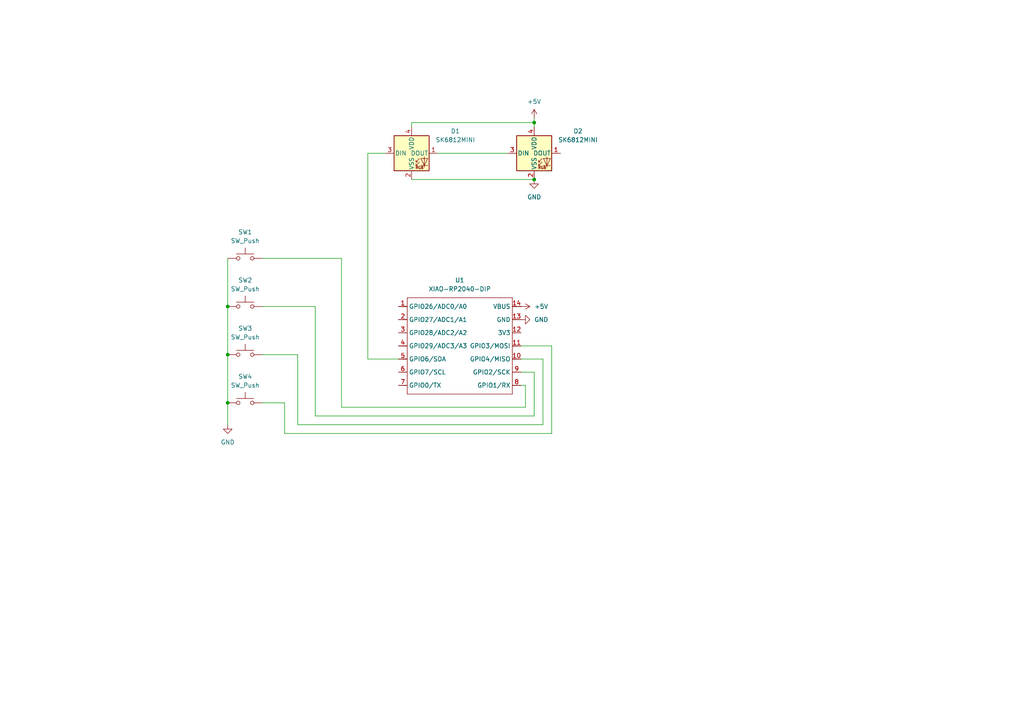
<source format=kicad_sch>
(kicad_sch
	(version 20250114)
	(generator "eeschema")
	(generator_version "9.0")
	(uuid "d8aca1c5-b356-47db-b985-365b3309370e")
	(paper "A4")
	(lib_symbols
		(symbol "LED:SK6812MINI"
			(pin_names
				(offset 0.254)
			)
			(exclude_from_sim no)
			(in_bom yes)
			(on_board yes)
			(property "Reference" "D"
				(at 5.08 5.715 0)
				(effects
					(font
						(size 1.27 1.27)
					)
					(justify right bottom)
				)
			)
			(property "Value" "SK6812MINI"
				(at 1.27 -5.715 0)
				(effects
					(font
						(size 1.27 1.27)
					)
					(justify left top)
				)
			)
			(property "Footprint" "LED_SMD:LED_SK6812MINI_PLCC4_3.5x3.5mm_P1.75mm"
				(at 1.27 -7.62 0)
				(effects
					(font
						(size 1.27 1.27)
					)
					(justify left top)
					(hide yes)
				)
			)
			(property "Datasheet" "https://cdn-shop.adafruit.com/product-files/2686/SK6812MINI_REV.01-1-2.pdf"
				(at 2.54 -9.525 0)
				(effects
					(font
						(size 1.27 1.27)
					)
					(justify left top)
					(hide yes)
				)
			)
			(property "Description" "RGB LED with integrated controller"
				(at 0 0 0)
				(effects
					(font
						(size 1.27 1.27)
					)
					(hide yes)
				)
			)
			(property "ki_keywords" "RGB LED NeoPixel Mini addressable"
				(at 0 0 0)
				(effects
					(font
						(size 1.27 1.27)
					)
					(hide yes)
				)
			)
			(property "ki_fp_filters" "LED*SK6812MINI*PLCC*3.5x3.5mm*P1.75mm*"
				(at 0 0 0)
				(effects
					(font
						(size 1.27 1.27)
					)
					(hide yes)
				)
			)
			(symbol "SK6812MINI_0_0"
				(text "RGB"
					(at 2.286 -4.191 0)
					(effects
						(font
							(size 0.762 0.762)
						)
					)
				)
			)
			(symbol "SK6812MINI_0_1"
				(polyline
					(pts
						(xy 1.27 -2.54) (xy 1.778 -2.54)
					)
					(stroke
						(width 0)
						(type default)
					)
					(fill
						(type none)
					)
				)
				(polyline
					(pts
						(xy 1.27 -3.556) (xy 1.778 -3.556)
					)
					(stroke
						(width 0)
						(type default)
					)
					(fill
						(type none)
					)
				)
				(polyline
					(pts
						(xy 2.286 -1.524) (xy 1.27 -2.54) (xy 1.27 -2.032)
					)
					(stroke
						(width 0)
						(type default)
					)
					(fill
						(type none)
					)
				)
				(polyline
					(pts
						(xy 2.286 -2.54) (xy 1.27 -3.556) (xy 1.27 -3.048)
					)
					(stroke
						(width 0)
						(type default)
					)
					(fill
						(type none)
					)
				)
				(polyline
					(pts
						(xy 3.683 -1.016) (xy 3.683 -3.556) (xy 3.683 -4.064)
					)
					(stroke
						(width 0)
						(type default)
					)
					(fill
						(type none)
					)
				)
				(polyline
					(pts
						(xy 4.699 -1.524) (xy 2.667 -1.524) (xy 3.683 -3.556) (xy 4.699 -1.524)
					)
					(stroke
						(width 0)
						(type default)
					)
					(fill
						(type none)
					)
				)
				(polyline
					(pts
						(xy 4.699 -3.556) (xy 2.667 -3.556)
					)
					(stroke
						(width 0)
						(type default)
					)
					(fill
						(type none)
					)
				)
				(rectangle
					(start 5.08 5.08)
					(end -5.08 -5.08)
					(stroke
						(width 0.254)
						(type default)
					)
					(fill
						(type background)
					)
				)
			)
			(symbol "SK6812MINI_1_1"
				(pin input line
					(at -7.62 0 0)
					(length 2.54)
					(name "DIN"
						(effects
							(font
								(size 1.27 1.27)
							)
						)
					)
					(number "3"
						(effects
							(font
								(size 1.27 1.27)
							)
						)
					)
				)
				(pin power_in line
					(at 0 7.62 270)
					(length 2.54)
					(name "VDD"
						(effects
							(font
								(size 1.27 1.27)
							)
						)
					)
					(number "4"
						(effects
							(font
								(size 1.27 1.27)
							)
						)
					)
				)
				(pin power_in line
					(at 0 -7.62 90)
					(length 2.54)
					(name "VSS"
						(effects
							(font
								(size 1.27 1.27)
							)
						)
					)
					(number "2"
						(effects
							(font
								(size 1.27 1.27)
							)
						)
					)
				)
				(pin output line
					(at 7.62 0 180)
					(length 2.54)
					(name "DOUT"
						(effects
							(font
								(size 1.27 1.27)
							)
						)
					)
					(number "1"
						(effects
							(font
								(size 1.27 1.27)
							)
						)
					)
				)
			)
			(embedded_fonts no)
		)
		(symbol "Switch:SW_Push"
			(pin_numbers
				(hide yes)
			)
			(pin_names
				(offset 1.016)
				(hide yes)
			)
			(exclude_from_sim no)
			(in_bom yes)
			(on_board yes)
			(property "Reference" "SW"
				(at 1.27 2.54 0)
				(effects
					(font
						(size 1.27 1.27)
					)
					(justify left)
				)
			)
			(property "Value" "SW_Push"
				(at 0 -1.524 0)
				(effects
					(font
						(size 1.27 1.27)
					)
				)
			)
			(property "Footprint" ""
				(at 0 5.08 0)
				(effects
					(font
						(size 1.27 1.27)
					)
					(hide yes)
				)
			)
			(property "Datasheet" "~"
				(at 0 5.08 0)
				(effects
					(font
						(size 1.27 1.27)
					)
					(hide yes)
				)
			)
			(property "Description" "Push button switch, generic, two pins"
				(at 0 0 0)
				(effects
					(font
						(size 1.27 1.27)
					)
					(hide yes)
				)
			)
			(property "ki_keywords" "switch normally-open pushbutton push-button"
				(at 0 0 0)
				(effects
					(font
						(size 1.27 1.27)
					)
					(hide yes)
				)
			)
			(symbol "SW_Push_0_1"
				(circle
					(center -2.032 0)
					(radius 0.508)
					(stroke
						(width 0)
						(type default)
					)
					(fill
						(type none)
					)
				)
				(polyline
					(pts
						(xy 0 1.27) (xy 0 3.048)
					)
					(stroke
						(width 0)
						(type default)
					)
					(fill
						(type none)
					)
				)
				(circle
					(center 2.032 0)
					(radius 0.508)
					(stroke
						(width 0)
						(type default)
					)
					(fill
						(type none)
					)
				)
				(polyline
					(pts
						(xy 2.54 1.27) (xy -2.54 1.27)
					)
					(stroke
						(width 0)
						(type default)
					)
					(fill
						(type none)
					)
				)
				(pin passive line
					(at -5.08 0 0)
					(length 2.54)
					(name "1"
						(effects
							(font
								(size 1.27 1.27)
							)
						)
					)
					(number "1"
						(effects
							(font
								(size 1.27 1.27)
							)
						)
					)
				)
				(pin passive line
					(at 5.08 0 180)
					(length 2.54)
					(name "2"
						(effects
							(font
								(size 1.27 1.27)
							)
						)
					)
					(number "2"
						(effects
							(font
								(size 1.27 1.27)
							)
						)
					)
				)
			)
			(embedded_fonts no)
		)
		(symbol "power:+5V"
			(power)
			(pin_numbers
				(hide yes)
			)
			(pin_names
				(offset 0)
				(hide yes)
			)
			(exclude_from_sim no)
			(in_bom yes)
			(on_board yes)
			(property "Reference" "#PWR"
				(at 0 -3.81 0)
				(effects
					(font
						(size 1.27 1.27)
					)
					(hide yes)
				)
			)
			(property "Value" "+5V"
				(at 0 3.556 0)
				(effects
					(font
						(size 1.27 1.27)
					)
				)
			)
			(property "Footprint" ""
				(at 0 0 0)
				(effects
					(font
						(size 1.27 1.27)
					)
					(hide yes)
				)
			)
			(property "Datasheet" ""
				(at 0 0 0)
				(effects
					(font
						(size 1.27 1.27)
					)
					(hide yes)
				)
			)
			(property "Description" "Power symbol creates a global label with name \"+5V\""
				(at 0 0 0)
				(effects
					(font
						(size 1.27 1.27)
					)
					(hide yes)
				)
			)
			(property "ki_keywords" "global power"
				(at 0 0 0)
				(effects
					(font
						(size 1.27 1.27)
					)
					(hide yes)
				)
			)
			(symbol "+5V_0_1"
				(polyline
					(pts
						(xy -0.762 1.27) (xy 0 2.54)
					)
					(stroke
						(width 0)
						(type default)
					)
					(fill
						(type none)
					)
				)
				(polyline
					(pts
						(xy 0 2.54) (xy 0.762 1.27)
					)
					(stroke
						(width 0)
						(type default)
					)
					(fill
						(type none)
					)
				)
				(polyline
					(pts
						(xy 0 0) (xy 0 2.54)
					)
					(stroke
						(width 0)
						(type default)
					)
					(fill
						(type none)
					)
				)
			)
			(symbol "+5V_1_1"
				(pin power_in line
					(at 0 0 90)
					(length 0)
					(name "~"
						(effects
							(font
								(size 1.27 1.27)
							)
						)
					)
					(number "1"
						(effects
							(font
								(size 1.27 1.27)
							)
						)
					)
				)
			)
			(embedded_fonts no)
		)
		(symbol "power:GND"
			(power)
			(pin_numbers
				(hide yes)
			)
			(pin_names
				(offset 0)
				(hide yes)
			)
			(exclude_from_sim no)
			(in_bom yes)
			(on_board yes)
			(property "Reference" "#PWR"
				(at 0 -6.35 0)
				(effects
					(font
						(size 1.27 1.27)
					)
					(hide yes)
				)
			)
			(property "Value" "GND"
				(at 0 -3.81 0)
				(effects
					(font
						(size 1.27 1.27)
					)
				)
			)
			(property "Footprint" ""
				(at 0 0 0)
				(effects
					(font
						(size 1.27 1.27)
					)
					(hide yes)
				)
			)
			(property "Datasheet" ""
				(at 0 0 0)
				(effects
					(font
						(size 1.27 1.27)
					)
					(hide yes)
				)
			)
			(property "Description" "Power symbol creates a global label with name \"GND\" , ground"
				(at 0 0 0)
				(effects
					(font
						(size 1.27 1.27)
					)
					(hide yes)
				)
			)
			(property "ki_keywords" "global power"
				(at 0 0 0)
				(effects
					(font
						(size 1.27 1.27)
					)
					(hide yes)
				)
			)
			(symbol "GND_0_1"
				(polyline
					(pts
						(xy 0 0) (xy 0 -1.27) (xy 1.27 -1.27) (xy 0 -2.54) (xy -1.27 -1.27) (xy 0 -1.27)
					)
					(stroke
						(width 0)
						(type default)
					)
					(fill
						(type none)
					)
				)
			)
			(symbol "GND_1_1"
				(pin power_in line
					(at 0 0 270)
					(length 0)
					(name "~"
						(effects
							(font
								(size 1.27 1.27)
							)
						)
					)
					(number "1"
						(effects
							(font
								(size 1.27 1.27)
							)
						)
					)
				)
			)
			(embedded_fonts no)
		)
		(symbol "psl:XIAO-RP2040-DIP"
			(exclude_from_sim no)
			(in_bom yes)
			(on_board yes)
			(property "Reference" "U"
				(at 0 0 0)
				(effects
					(font
						(size 1.27 1.27)
					)
				)
			)
			(property "Value" "XIAO-RP2040-DIP"
				(at 5.334 -1.778 0)
				(effects
					(font
						(size 1.27 1.27)
					)
				)
			)
			(property "Footprint" "Module:MOUDLE14P-XIAO-DIP-SMD"
				(at 14.478 -32.258 0)
				(effects
					(font
						(size 1.27 1.27)
					)
					(hide yes)
				)
			)
			(property "Datasheet" ""
				(at 0 0 0)
				(effects
					(font
						(size 1.27 1.27)
					)
					(hide yes)
				)
			)
			(property "Description" ""
				(at 0 0 0)
				(effects
					(font
						(size 1.27 1.27)
					)
					(hide yes)
				)
			)
			(symbol "XIAO-RP2040-DIP_1_0"
				(polyline
					(pts
						(xy -1.27 -2.54) (xy 29.21 -2.54)
					)
					(stroke
						(width 0.1524)
						(type solid)
					)
					(fill
						(type none)
					)
				)
				(polyline
					(pts
						(xy -1.27 -5.08) (xy -2.54 -5.08)
					)
					(stroke
						(width 0.1524)
						(type solid)
					)
					(fill
						(type none)
					)
				)
				(polyline
					(pts
						(xy -1.27 -5.08) (xy -1.27 -2.54)
					)
					(stroke
						(width 0.1524)
						(type solid)
					)
					(fill
						(type none)
					)
				)
				(polyline
					(pts
						(xy -1.27 -8.89) (xy -2.54 -8.89)
					)
					(stroke
						(width 0.1524)
						(type solid)
					)
					(fill
						(type none)
					)
				)
				(polyline
					(pts
						(xy -1.27 -8.89) (xy -1.27 -5.08)
					)
					(stroke
						(width 0.1524)
						(type solid)
					)
					(fill
						(type none)
					)
				)
				(polyline
					(pts
						(xy -1.27 -12.7) (xy -2.54 -12.7)
					)
					(stroke
						(width 0.1524)
						(type solid)
					)
					(fill
						(type none)
					)
				)
				(polyline
					(pts
						(xy -1.27 -12.7) (xy -1.27 -8.89)
					)
					(stroke
						(width 0.1524)
						(type solid)
					)
					(fill
						(type none)
					)
				)
				(polyline
					(pts
						(xy -1.27 -16.51) (xy -2.54 -16.51)
					)
					(stroke
						(width 0.1524)
						(type solid)
					)
					(fill
						(type none)
					)
				)
				(polyline
					(pts
						(xy -1.27 -16.51) (xy -1.27 -12.7)
					)
					(stroke
						(width 0.1524)
						(type solid)
					)
					(fill
						(type none)
					)
				)
				(polyline
					(pts
						(xy -1.27 -20.32) (xy -2.54 -20.32)
					)
					(stroke
						(width 0.1524)
						(type solid)
					)
					(fill
						(type none)
					)
				)
				(polyline
					(pts
						(xy -1.27 -24.13) (xy -2.54 -24.13)
					)
					(stroke
						(width 0.1524)
						(type solid)
					)
					(fill
						(type none)
					)
				)
				(polyline
					(pts
						(xy -1.27 -27.94) (xy -2.54 -27.94)
					)
					(stroke
						(width 0.1524)
						(type solid)
					)
					(fill
						(type none)
					)
				)
				(polyline
					(pts
						(xy -1.27 -30.48) (xy -1.27 -16.51)
					)
					(stroke
						(width 0.1524)
						(type solid)
					)
					(fill
						(type none)
					)
				)
				(polyline
					(pts
						(xy 29.21 -2.54) (xy 29.21 -5.08)
					)
					(stroke
						(width 0.1524)
						(type solid)
					)
					(fill
						(type none)
					)
				)
				(polyline
					(pts
						(xy 29.21 -5.08) (xy 29.21 -8.89)
					)
					(stroke
						(width 0.1524)
						(type solid)
					)
					(fill
						(type none)
					)
				)
				(polyline
					(pts
						(xy 29.21 -8.89) (xy 29.21 -12.7)
					)
					(stroke
						(width 0.1524)
						(type solid)
					)
					(fill
						(type none)
					)
				)
				(polyline
					(pts
						(xy 29.21 -12.7) (xy 29.21 -30.48)
					)
					(stroke
						(width 0.1524)
						(type solid)
					)
					(fill
						(type none)
					)
				)
				(polyline
					(pts
						(xy 29.21 -30.48) (xy -1.27 -30.48)
					)
					(stroke
						(width 0.1524)
						(type solid)
					)
					(fill
						(type none)
					)
				)
				(polyline
					(pts
						(xy 30.48 -5.08) (xy 29.21 -5.08)
					)
					(stroke
						(width 0.1524)
						(type solid)
					)
					(fill
						(type none)
					)
				)
				(polyline
					(pts
						(xy 30.48 -8.89) (xy 29.21 -8.89)
					)
					(stroke
						(width 0.1524)
						(type solid)
					)
					(fill
						(type none)
					)
				)
				(polyline
					(pts
						(xy 30.48 -12.7) (xy 29.21 -12.7)
					)
					(stroke
						(width 0.1524)
						(type solid)
					)
					(fill
						(type none)
					)
				)
				(polyline
					(pts
						(xy 30.48 -16.51) (xy 29.21 -16.51)
					)
					(stroke
						(width 0.1524)
						(type solid)
					)
					(fill
						(type none)
					)
				)
				(polyline
					(pts
						(xy 30.48 -20.32) (xy 29.21 -20.32)
					)
					(stroke
						(width 0.1524)
						(type solid)
					)
					(fill
						(type none)
					)
				)
				(polyline
					(pts
						(xy 30.48 -24.13) (xy 29.21 -24.13)
					)
					(stroke
						(width 0.1524)
						(type solid)
					)
					(fill
						(type none)
					)
				)
				(polyline
					(pts
						(xy 30.48 -27.94) (xy 29.21 -27.94)
					)
					(stroke
						(width 0.1524)
						(type solid)
					)
					(fill
						(type none)
					)
				)
				(pin passive line
					(at -3.81 -5.08 0)
					(length 2.54)
					(name "GPIO26/ADC0/A0"
						(effects
							(font
								(size 1.27 1.27)
							)
						)
					)
					(number "1"
						(effects
							(font
								(size 1.27 1.27)
							)
						)
					)
				)
				(pin passive line
					(at -3.81 -8.89 0)
					(length 2.54)
					(name "GPIO27/ADC1/A1"
						(effects
							(font
								(size 1.27 1.27)
							)
						)
					)
					(number "2"
						(effects
							(font
								(size 1.27 1.27)
							)
						)
					)
				)
				(pin passive line
					(at -3.81 -12.7 0)
					(length 2.54)
					(name "GPIO28/ADC2/A2"
						(effects
							(font
								(size 1.27 1.27)
							)
						)
					)
					(number "3"
						(effects
							(font
								(size 1.27 1.27)
							)
						)
					)
				)
				(pin passive line
					(at -3.81 -16.51 0)
					(length 2.54)
					(name "GPIO29/ADC3/A3"
						(effects
							(font
								(size 1.27 1.27)
							)
						)
					)
					(number "4"
						(effects
							(font
								(size 1.27 1.27)
							)
						)
					)
				)
				(pin passive line
					(at -3.81 -20.32 0)
					(length 2.54)
					(name "GPIO6/SDA"
						(effects
							(font
								(size 1.27 1.27)
							)
						)
					)
					(number "5"
						(effects
							(font
								(size 1.27 1.27)
							)
						)
					)
				)
				(pin passive line
					(at -3.81 -24.13 0)
					(length 2.54)
					(name "GPIO7/SCL"
						(effects
							(font
								(size 1.27 1.27)
							)
						)
					)
					(number "6"
						(effects
							(font
								(size 1.27 1.27)
							)
						)
					)
				)
				(pin passive line
					(at -3.81 -27.94 0)
					(length 2.54)
					(name "GPIO0/TX"
						(effects
							(font
								(size 1.27 1.27)
							)
						)
					)
					(number "7"
						(effects
							(font
								(size 1.27 1.27)
							)
						)
					)
				)
				(pin passive line
					(at 31.75 -5.08 180)
					(length 2.54)
					(name "VBUS"
						(effects
							(font
								(size 1.27 1.27)
							)
						)
					)
					(number "14"
						(effects
							(font
								(size 1.27 1.27)
							)
						)
					)
				)
				(pin passive line
					(at 31.75 -8.89 180)
					(length 2.54)
					(name "GND"
						(effects
							(font
								(size 1.27 1.27)
							)
						)
					)
					(number "13"
						(effects
							(font
								(size 1.27 1.27)
							)
						)
					)
				)
				(pin passive line
					(at 31.75 -12.7 180)
					(length 2.54)
					(name "3V3"
						(effects
							(font
								(size 1.27 1.27)
							)
						)
					)
					(number "12"
						(effects
							(font
								(size 1.27 1.27)
							)
						)
					)
				)
				(pin passive line
					(at 31.75 -16.51 180)
					(length 2.54)
					(name "GPIO3/MOSI"
						(effects
							(font
								(size 1.27 1.27)
							)
						)
					)
					(number "11"
						(effects
							(font
								(size 1.27 1.27)
							)
						)
					)
				)
				(pin passive line
					(at 31.75 -20.32 180)
					(length 2.54)
					(name "GPIO4/MISO"
						(effects
							(font
								(size 1.27 1.27)
							)
						)
					)
					(number "10"
						(effects
							(font
								(size 1.27 1.27)
							)
						)
					)
				)
				(pin passive line
					(at 31.75 -24.13 180)
					(length 2.54)
					(name "GPIO2/SCK"
						(effects
							(font
								(size 1.27 1.27)
							)
						)
					)
					(number "9"
						(effects
							(font
								(size 1.27 1.27)
							)
						)
					)
				)
				(pin passive line
					(at 31.75 -27.94 180)
					(length 2.54)
					(name "GPIO1/RX"
						(effects
							(font
								(size 1.27 1.27)
							)
						)
					)
					(number "8"
						(effects
							(font
								(size 1.27 1.27)
							)
						)
					)
				)
			)
			(embedded_fonts no)
		)
	)
	(junction
		(at 66.04 88.9)
		(diameter 0)
		(color 0 0 0 0)
		(uuid "5c2b99fd-e3c1-4ddb-aa44-ec9d1f676f0c")
	)
	(junction
		(at 154.94 35.56)
		(diameter 0)
		(color 0 0 0 0)
		(uuid "9364face-a493-4f98-a7c0-f2439a03c7ed")
	)
	(junction
		(at 66.04 102.87)
		(diameter 0)
		(color 0 0 0 0)
		(uuid "95f52612-acf4-4060-bc56-21e45c9d3df2")
	)
	(junction
		(at 154.94 52.07)
		(diameter 0)
		(color 0 0 0 0)
		(uuid "998b0189-23ae-4247-ac99-3fdf24244fee")
	)
	(junction
		(at 66.04 116.84)
		(diameter 0)
		(color 0 0 0 0)
		(uuid "d3a4bac1-b1d0-4ad4-9eff-e77f22cc0392")
	)
	(wire
		(pts
			(xy 66.04 116.84) (xy 66.04 123.19)
		)
		(stroke
			(width 0)
			(type default)
		)
		(uuid "10786a3d-f893-412f-b102-e91677dde649")
	)
	(wire
		(pts
			(xy 66.04 102.87) (xy 66.04 116.84)
		)
		(stroke
			(width 0)
			(type default)
		)
		(uuid "13b30a68-c8c6-43db-a49b-4c8b3ad9ccb5")
	)
	(wire
		(pts
			(xy 154.94 34.29) (xy 154.94 35.56)
		)
		(stroke
			(width 0)
			(type default)
		)
		(uuid "1463c611-ca0d-46df-b7f4-4e2d0660d873")
	)
	(wire
		(pts
			(xy 111.76 44.45) (xy 106.68 44.45)
		)
		(stroke
			(width 0)
			(type default)
		)
		(uuid "1ec51f76-8158-4472-aed6-6acb83843074")
	)
	(wire
		(pts
			(xy 154.94 35.56) (xy 154.94 36.83)
		)
		(stroke
			(width 0)
			(type default)
		)
		(uuid "282c8896-9da1-4dff-adf8-dd51c27b50f8")
	)
	(wire
		(pts
			(xy 106.68 104.14) (xy 115.57 104.14)
		)
		(stroke
			(width 0)
			(type default)
		)
		(uuid "2d8b6153-08d3-473a-b693-63674ee7feef")
	)
	(wire
		(pts
			(xy 86.36 102.87) (xy 86.36 123.19)
		)
		(stroke
			(width 0)
			(type default)
		)
		(uuid "2d94fa21-bd25-48ac-9778-bd98daf14263")
	)
	(wire
		(pts
			(xy 99.06 74.93) (xy 99.06 118.11)
		)
		(stroke
			(width 0)
			(type default)
		)
		(uuid "381a5d15-8559-4bd8-ba8e-db20aee86435")
	)
	(wire
		(pts
			(xy 76.2 88.9) (xy 91.44 88.9)
		)
		(stroke
			(width 0)
			(type default)
		)
		(uuid "3b1267b8-cdfc-4398-b300-7c3ea9261da3")
	)
	(wire
		(pts
			(xy 66.04 74.93) (xy 66.04 88.9)
		)
		(stroke
			(width 0)
			(type default)
		)
		(uuid "3c80f678-e09b-46dc-acc3-384873a3ff54")
	)
	(wire
		(pts
			(xy 119.38 35.56) (xy 154.94 35.56)
		)
		(stroke
			(width 0)
			(type default)
		)
		(uuid "41e3b914-a8d3-4d0a-98b7-506b5a68548b")
	)
	(wire
		(pts
			(xy 154.94 107.95) (xy 151.13 107.95)
		)
		(stroke
			(width 0)
			(type default)
		)
		(uuid "538d2057-d993-460d-801b-dedf20ea2a15")
	)
	(wire
		(pts
			(xy 66.04 88.9) (xy 66.04 102.87)
		)
		(stroke
			(width 0)
			(type default)
		)
		(uuid "5abc7d70-f9d8-4a3d-9f32-b86a19222b00")
	)
	(wire
		(pts
			(xy 76.2 74.93) (xy 99.06 74.93)
		)
		(stroke
			(width 0)
			(type default)
		)
		(uuid "5b297ab6-c853-454d-9356-333c970aac7f")
	)
	(wire
		(pts
			(xy 99.06 118.11) (xy 152.4 118.11)
		)
		(stroke
			(width 0)
			(type default)
		)
		(uuid "7dcd73e7-951b-4c1e-bc51-eee35eb32e71")
	)
	(wire
		(pts
			(xy 82.55 116.84) (xy 82.55 125.73)
		)
		(stroke
			(width 0)
			(type default)
		)
		(uuid "7f76d044-483f-4435-8e70-bb130e124c0b")
	)
	(wire
		(pts
			(xy 91.44 120.65) (xy 154.94 120.65)
		)
		(stroke
			(width 0)
			(type default)
		)
		(uuid "8cf4b7b0-a06a-4c4b-9e60-d26a64ccacf8")
	)
	(wire
		(pts
			(xy 91.44 88.9) (xy 91.44 120.65)
		)
		(stroke
			(width 0)
			(type default)
		)
		(uuid "9d511f2a-738c-4b59-b3ac-53067a823fd0")
	)
	(wire
		(pts
			(xy 82.55 125.73) (xy 160.02 125.73)
		)
		(stroke
			(width 0)
			(type default)
		)
		(uuid "9d688997-e366-4477-bb45-4129b1b67b85")
	)
	(wire
		(pts
			(xy 157.48 123.19) (xy 157.48 104.14)
		)
		(stroke
			(width 0)
			(type default)
		)
		(uuid "9f595a4d-212e-468c-80d8-721f17464db2")
	)
	(wire
		(pts
			(xy 76.2 102.87) (xy 86.36 102.87)
		)
		(stroke
			(width 0)
			(type default)
		)
		(uuid "a00e2acf-6ad3-4f14-a647-f06524456890")
	)
	(wire
		(pts
			(xy 106.68 44.45) (xy 106.68 104.14)
		)
		(stroke
			(width 0)
			(type default)
		)
		(uuid "a4e548e7-80f5-4783-ada5-e17d202766c4")
	)
	(wire
		(pts
			(xy 86.36 123.19) (xy 157.48 123.19)
		)
		(stroke
			(width 0)
			(type default)
		)
		(uuid "afbc5791-f24a-493f-a019-808c2583100a")
	)
	(wire
		(pts
			(xy 154.94 120.65) (xy 154.94 107.95)
		)
		(stroke
			(width 0)
			(type default)
		)
		(uuid "baac9293-58fe-4ffa-80bd-2c9c37d8e4ca")
	)
	(wire
		(pts
			(xy 127 44.45) (xy 147.32 44.45)
		)
		(stroke
			(width 0)
			(type default)
		)
		(uuid "c0e707d5-1b08-40aa-87cb-80d26873c475")
	)
	(wire
		(pts
			(xy 157.48 104.14) (xy 151.13 104.14)
		)
		(stroke
			(width 0)
			(type default)
		)
		(uuid "d0088fe5-38f1-4eb2-b1db-982b8f0b7c72")
	)
	(wire
		(pts
			(xy 119.38 36.83) (xy 119.38 35.56)
		)
		(stroke
			(width 0)
			(type default)
		)
		(uuid "db3dded6-fa41-4db8-9ce5-9fe3c0b21300")
	)
	(wire
		(pts
			(xy 76.2 116.84) (xy 82.55 116.84)
		)
		(stroke
			(width 0)
			(type default)
		)
		(uuid "e907ddf3-b9c0-49eb-9beb-e88f3ca11e9c")
	)
	(wire
		(pts
			(xy 152.4 118.11) (xy 152.4 111.76)
		)
		(stroke
			(width 0)
			(type default)
		)
		(uuid "e95c6eb0-6aff-4584-b70a-be4237fd3544")
	)
	(wire
		(pts
			(xy 160.02 100.33) (xy 151.13 100.33)
		)
		(stroke
			(width 0)
			(type default)
		)
		(uuid "eda58c57-c1c8-4512-b91f-bf58ad89b19e")
	)
	(wire
		(pts
			(xy 160.02 125.73) (xy 160.02 100.33)
		)
		(stroke
			(width 0)
			(type default)
		)
		(uuid "f01049dc-fda7-4411-a661-b23d1f3f179f")
	)
	(wire
		(pts
			(xy 119.38 52.07) (xy 154.94 52.07)
		)
		(stroke
			(width 0)
			(type default)
		)
		(uuid "fdea2ff3-cc4c-44fc-a407-388e31080246")
	)
	(wire
		(pts
			(xy 152.4 111.76) (xy 151.13 111.76)
		)
		(stroke
			(width 0)
			(type default)
		)
		(uuid "fe12c7e9-64cb-421c-9642-c8b604697853")
	)
	(symbol
		(lib_id "power:+5V")
		(at 154.94 34.29 0)
		(unit 1)
		(exclude_from_sim no)
		(in_bom yes)
		(on_board yes)
		(dnp no)
		(uuid "072bd0be-7a93-42fb-9a1f-b4e8a68fc957")
		(property "Reference" "#PWR05"
			(at 154.94 38.1 0)
			(effects
				(font
					(size 1.27 1.27)
				)
				(hide yes)
			)
		)
		(property "Value" "+5V"
			(at 154.94 29.464 0)
			(effects
				(font
					(size 1.27 1.27)
				)
			)
		)
		(property "Footprint" ""
			(at 154.94 34.29 0)
			(effects
				(font
					(size 1.27 1.27)
				)
				(hide yes)
			)
		)
		(property "Datasheet" ""
			(at 154.94 34.29 0)
			(effects
				(font
					(size 1.27 1.27)
				)
				(hide yes)
			)
		)
		(property "Description" "Power symbol creates a global label with name \"+5V\""
			(at 154.94 34.29 0)
			(effects
				(font
					(size 1.27 1.27)
				)
				(hide yes)
			)
		)
		(pin "1"
			(uuid "dc96120f-6d70-46e2-9e1f-f2ec9511c839")
		)
		(instances
			(project ""
				(path "/d8aca1c5-b356-47db-b985-365b3309370e"
					(reference "#PWR05")
					(unit 1)
				)
			)
		)
	)
	(symbol
		(lib_id "Switch:SW_Push")
		(at 71.12 116.84 0)
		(unit 1)
		(exclude_from_sim no)
		(in_bom yes)
		(on_board yes)
		(dnp no)
		(fields_autoplaced yes)
		(uuid "0c8f5f80-52bc-4fd6-a31a-2c7ad7af1d8b")
		(property "Reference" "SW4"
			(at 71.12 109.22 0)
			(effects
				(font
					(size 1.27 1.27)
				)
			)
		)
		(property "Value" "SW_Push"
			(at 71.12 111.76 0)
			(effects
				(font
					(size 1.27 1.27)
				)
			)
		)
		(property "Footprint" "Button_Switch_Keyboard:SW_Cherry_MX_1.00u_PCB"
			(at 71.12 111.76 0)
			(effects
				(font
					(size 1.27 1.27)
				)
				(hide yes)
			)
		)
		(property "Datasheet" "~"
			(at 71.12 111.76 0)
			(effects
				(font
					(size 1.27 1.27)
				)
				(hide yes)
			)
		)
		(property "Description" "Push button switch, generic, two pins"
			(at 71.12 116.84 0)
			(effects
				(font
					(size 1.27 1.27)
				)
				(hide yes)
			)
		)
		(pin "1"
			(uuid "bbede852-d822-4807-bf7e-bc5bb3a0ef71")
		)
		(pin "2"
			(uuid "2e70f31e-d29a-4aaa-8d3a-310b63abc395")
		)
		(instances
			(project "Bryann"
				(path "/d8aca1c5-b356-47db-b985-365b3309370e"
					(reference "SW4")
					(unit 1)
				)
			)
		)
	)
	(symbol
		(lib_id "power:GND")
		(at 66.04 123.19 0)
		(unit 1)
		(exclude_from_sim no)
		(in_bom yes)
		(on_board yes)
		(dnp no)
		(fields_autoplaced yes)
		(uuid "11ca67e9-8fd3-4d5d-b77d-8270cfccce6e")
		(property "Reference" "#PWR01"
			(at 66.04 129.54 0)
			(effects
				(font
					(size 1.27 1.27)
				)
				(hide yes)
			)
		)
		(property "Value" "GND"
			(at 66.04 128.27 0)
			(effects
				(font
					(size 1.27 1.27)
				)
			)
		)
		(property "Footprint" ""
			(at 66.04 123.19 0)
			(effects
				(font
					(size 1.27 1.27)
				)
				(hide yes)
			)
		)
		(property "Datasheet" ""
			(at 66.04 123.19 0)
			(effects
				(font
					(size 1.27 1.27)
				)
				(hide yes)
			)
		)
		(property "Description" "Power symbol creates a global label with name \"GND\" , ground"
			(at 66.04 123.19 0)
			(effects
				(font
					(size 1.27 1.27)
				)
				(hide yes)
			)
		)
		(pin "1"
			(uuid "15db1da7-e02f-43f1-9423-1a7ec4358de2")
		)
		(instances
			(project ""
				(path "/d8aca1c5-b356-47db-b985-365b3309370e"
					(reference "#PWR01")
					(unit 1)
				)
			)
		)
	)
	(symbol
		(lib_id "power:GND")
		(at 151.13 92.71 90)
		(unit 1)
		(exclude_from_sim no)
		(in_bom yes)
		(on_board yes)
		(dnp no)
		(fields_autoplaced yes)
		(uuid "29dff785-9762-4ec3-8599-f699631f7fc0")
		(property "Reference" "#PWR03"
			(at 157.48 92.71 0)
			(effects
				(font
					(size 1.27 1.27)
				)
				(hide yes)
			)
		)
		(property "Value" "GND"
			(at 154.94 92.7099 90)
			(effects
				(font
					(size 1.27 1.27)
				)
				(justify right)
			)
		)
		(property "Footprint" ""
			(at 151.13 92.71 0)
			(effects
				(font
					(size 1.27 1.27)
				)
				(hide yes)
			)
		)
		(property "Datasheet" ""
			(at 151.13 92.71 0)
			(effects
				(font
					(size 1.27 1.27)
				)
				(hide yes)
			)
		)
		(property "Description" "Power symbol creates a global label with name \"GND\" , ground"
			(at 151.13 92.71 0)
			(effects
				(font
					(size 1.27 1.27)
				)
				(hide yes)
			)
		)
		(pin "1"
			(uuid "b3c44686-022c-4282-b0d8-aa64b4ce8f67")
		)
		(instances
			(project ""
				(path "/d8aca1c5-b356-47db-b985-365b3309370e"
					(reference "#PWR03")
					(unit 1)
				)
			)
		)
	)
	(symbol
		(lib_id "power:+5V")
		(at 151.13 88.9 270)
		(unit 1)
		(exclude_from_sim no)
		(in_bom yes)
		(on_board yes)
		(dnp no)
		(fields_autoplaced yes)
		(uuid "5ce0e7ff-842f-4e6c-9bfc-f890087eb8d1")
		(property "Reference" "#PWR04"
			(at 147.32 88.9 0)
			(effects
				(font
					(size 1.27 1.27)
				)
				(hide yes)
			)
		)
		(property "Value" "+5V"
			(at 154.94 88.8999 90)
			(effects
				(font
					(size 1.27 1.27)
				)
				(justify left)
			)
		)
		(property "Footprint" ""
			(at 151.13 88.9 0)
			(effects
				(font
					(size 1.27 1.27)
				)
				(hide yes)
			)
		)
		(property "Datasheet" ""
			(at 151.13 88.9 0)
			(effects
				(font
					(size 1.27 1.27)
				)
				(hide yes)
			)
		)
		(property "Description" "Power symbol creates a global label with name \"+5V\""
			(at 151.13 88.9 0)
			(effects
				(font
					(size 1.27 1.27)
				)
				(hide yes)
			)
		)
		(pin "1"
			(uuid "8b433b2e-91d4-4ae2-bf5d-a6aabdb2bfac")
		)
		(instances
			(project ""
				(path "/d8aca1c5-b356-47db-b985-365b3309370e"
					(reference "#PWR04")
					(unit 1)
				)
			)
		)
	)
	(symbol
		(lib_id "Switch:SW_Push")
		(at 71.12 102.87 0)
		(unit 1)
		(exclude_from_sim no)
		(in_bom yes)
		(on_board yes)
		(dnp no)
		(fields_autoplaced yes)
		(uuid "6ab586a6-a3af-4afc-aeae-6f0552962113")
		(property "Reference" "SW3"
			(at 71.12 95.25 0)
			(effects
				(font
					(size 1.27 1.27)
				)
			)
		)
		(property "Value" "SW_Push"
			(at 71.12 97.79 0)
			(effects
				(font
					(size 1.27 1.27)
				)
			)
		)
		(property "Footprint" "Button_Switch_Keyboard:SW_Cherry_MX_1.00u_PCB"
			(at 71.12 97.79 0)
			(effects
				(font
					(size 1.27 1.27)
				)
				(hide yes)
			)
		)
		(property "Datasheet" "~"
			(at 71.12 97.79 0)
			(effects
				(font
					(size 1.27 1.27)
				)
				(hide yes)
			)
		)
		(property "Description" "Push button switch, generic, two pins"
			(at 71.12 102.87 0)
			(effects
				(font
					(size 1.27 1.27)
				)
				(hide yes)
			)
		)
		(pin "1"
			(uuid "c0ed164b-2bd7-441f-94ee-148dc4c5c126")
		)
		(pin "2"
			(uuid "b1c0064b-35d0-4252-a142-ecf23c4b7671")
		)
		(instances
			(project "Bryann"
				(path "/d8aca1c5-b356-47db-b985-365b3309370e"
					(reference "SW3")
					(unit 1)
				)
			)
		)
	)
	(symbol
		(lib_id "LED:SK6812MINI")
		(at 119.38 44.45 0)
		(unit 1)
		(exclude_from_sim no)
		(in_bom yes)
		(on_board yes)
		(dnp no)
		(fields_autoplaced yes)
		(uuid "7bd2a8ac-1550-4788-8ef0-ff99632f85fa")
		(property "Reference" "D1"
			(at 132.08 38.0298 0)
			(effects
				(font
					(size 1.27 1.27)
				)
			)
		)
		(property "Value" "SK6812MINI"
			(at 132.08 40.5698 0)
			(effects
				(font
					(size 1.27 1.27)
				)
			)
		)
		(property "Footprint" "LED_SMD:LED_SK6812MINI_PLCC4_3.5x3.5mm_P1.75mm"
			(at 120.65 52.07 0)
			(effects
				(font
					(size 1.27 1.27)
				)
				(justify left top)
				(hide yes)
			)
		)
		(property "Datasheet" "https://cdn-shop.adafruit.com/product-files/2686/SK6812MINI_REV.01-1-2.pdf"
			(at 121.92 53.975 0)
			(effects
				(font
					(size 1.27 1.27)
				)
				(justify left top)
				(hide yes)
			)
		)
		(property "Description" "RGB LED with integrated controller"
			(at 119.38 44.45 0)
			(effects
				(font
					(size 1.27 1.27)
				)
				(hide yes)
			)
		)
		(pin "3"
			(uuid "1df5f53c-e886-4693-b3f8-9b80569c68bb")
		)
		(pin "4"
			(uuid "e35396d2-3de7-48fc-9062-3e62c58ba205")
		)
		(pin "2"
			(uuid "ac760d34-aa31-473a-9d6b-8c335b134081")
		)
		(pin "1"
			(uuid "3046ac10-4870-4d78-8e11-f2c570152a29")
		)
		(instances
			(project ""
				(path "/d8aca1c5-b356-47db-b985-365b3309370e"
					(reference "D1")
					(unit 1)
				)
			)
		)
	)
	(symbol
		(lib_id "psl:XIAO-RP2040-DIP")
		(at 119.38 83.82 0)
		(unit 1)
		(exclude_from_sim no)
		(in_bom yes)
		(on_board yes)
		(dnp no)
		(fields_autoplaced yes)
		(uuid "9817de77-aefc-47a3-b988-c52ee164628e")
		(property "Reference" "U1"
			(at 133.35 81.28 0)
			(effects
				(font
					(size 1.27 1.27)
				)
			)
		)
		(property "Value" "XIAO-RP2040-DIP"
			(at 133.35 83.82 0)
			(effects
				(font
					(size 1.27 1.27)
				)
			)
		)
		(property "Footprint" "footprint:XIAO-RP2040-DIP"
			(at 133.858 116.078 0)
			(effects
				(font
					(size 1.27 1.27)
				)
				(hide yes)
			)
		)
		(property "Datasheet" ""
			(at 119.38 83.82 0)
			(effects
				(font
					(size 1.27 1.27)
				)
				(hide yes)
			)
		)
		(property "Description" ""
			(at 119.38 83.82 0)
			(effects
				(font
					(size 1.27 1.27)
				)
				(hide yes)
			)
		)
		(pin "1"
			(uuid "1e5c3f14-6453-4630-9d01-31991507d02f")
		)
		(pin "3"
			(uuid "3f62b5df-b28c-46b7-bd8e-e4970cc1c3e6")
		)
		(pin "7"
			(uuid "c2ecbb11-c455-4deb-ad66-2891d24a236e")
		)
		(pin "12"
			(uuid "b7deaa38-2774-4960-88f5-f7058086d563")
		)
		(pin "5"
			(uuid "6ff55060-bc15-46c3-9cac-2ba44e0469d4")
		)
		(pin "14"
			(uuid "ba3d1e67-c944-48ba-986a-1f32eae15c20")
		)
		(pin "8"
			(uuid "da96b770-5e8a-474b-8ce8-2ef2f3dbc49b")
		)
		(pin "11"
			(uuid "c13c0190-5515-4cc2-8481-2afdf330a972")
		)
		(pin "2"
			(uuid "8a828965-7385-409d-a207-0a2844535384")
		)
		(pin "4"
			(uuid "97edeedd-83d3-4355-bba9-df1d28cb72f0")
		)
		(pin "6"
			(uuid "a8f8c1d0-95e2-47f8-a084-7086c776551c")
		)
		(pin "13"
			(uuid "387b405c-5a95-44dc-9c61-0606a97c7043")
		)
		(pin "10"
			(uuid "3e16d783-8778-44c0-9a54-48077a820182")
		)
		(pin "9"
			(uuid "52322192-1ca1-4d45-82db-32b639dd22e9")
		)
		(instances
			(project ""
				(path "/d8aca1c5-b356-47db-b985-365b3309370e"
					(reference "U1")
					(unit 1)
				)
			)
		)
	)
	(symbol
		(lib_id "power:GND")
		(at 154.94 52.07 0)
		(unit 1)
		(exclude_from_sim no)
		(in_bom yes)
		(on_board yes)
		(dnp no)
		(fields_autoplaced yes)
		(uuid "b21696f5-f0e4-41a0-8eb4-bee158c76d07")
		(property "Reference" "#PWR02"
			(at 154.94 58.42 0)
			(effects
				(font
					(size 1.27 1.27)
				)
				(hide yes)
			)
		)
		(property "Value" "GND"
			(at 154.94 57.15 0)
			(effects
				(font
					(size 1.27 1.27)
				)
			)
		)
		(property "Footprint" ""
			(at 154.94 52.07 0)
			(effects
				(font
					(size 1.27 1.27)
				)
				(hide yes)
			)
		)
		(property "Datasheet" ""
			(at 154.94 52.07 0)
			(effects
				(font
					(size 1.27 1.27)
				)
				(hide yes)
			)
		)
		(property "Description" "Power symbol creates a global label with name \"GND\" , ground"
			(at 154.94 52.07 0)
			(effects
				(font
					(size 1.27 1.27)
				)
				(hide yes)
			)
		)
		(pin "1"
			(uuid "1f077851-1b93-40af-965b-747f4cbfeb58")
		)
		(instances
			(project ""
				(path "/d8aca1c5-b356-47db-b985-365b3309370e"
					(reference "#PWR02")
					(unit 1)
				)
			)
		)
	)
	(symbol
		(lib_id "Switch:SW_Push")
		(at 71.12 88.9 0)
		(unit 1)
		(exclude_from_sim no)
		(in_bom yes)
		(on_board yes)
		(dnp no)
		(fields_autoplaced yes)
		(uuid "b42e2d15-beb5-4531-8604-385e916be67a")
		(property "Reference" "SW2"
			(at 71.12 81.28 0)
			(effects
				(font
					(size 1.27 1.27)
				)
			)
		)
		(property "Value" "SW_Push"
			(at 71.12 83.82 0)
			(effects
				(font
					(size 1.27 1.27)
				)
			)
		)
		(property "Footprint" "Button_Switch_Keyboard:SW_Cherry_MX_1.00u_PCB"
			(at 71.12 83.82 0)
			(effects
				(font
					(size 1.27 1.27)
				)
				(hide yes)
			)
		)
		(property "Datasheet" "~"
			(at 71.12 83.82 0)
			(effects
				(font
					(size 1.27 1.27)
				)
				(hide yes)
			)
		)
		(property "Description" "Push button switch, generic, two pins"
			(at 71.12 88.9 0)
			(effects
				(font
					(size 1.27 1.27)
				)
				(hide yes)
			)
		)
		(pin "1"
			(uuid "a19c746e-fcc8-44a5-8cf2-af0832c7bd3f")
		)
		(pin "2"
			(uuid "90b66ba1-829e-41b3-ae57-2a5b99674b22")
		)
		(instances
			(project "Bryann"
				(path "/d8aca1c5-b356-47db-b985-365b3309370e"
					(reference "SW2")
					(unit 1)
				)
			)
		)
	)
	(symbol
		(lib_id "Switch:SW_Push")
		(at 71.12 74.93 0)
		(unit 1)
		(exclude_from_sim no)
		(in_bom yes)
		(on_board yes)
		(dnp no)
		(fields_autoplaced yes)
		(uuid "c5da391b-2be6-43bf-a7ae-06f5b895f2df")
		(property "Reference" "SW1"
			(at 71.12 67.31 0)
			(effects
				(font
					(size 1.27 1.27)
				)
			)
		)
		(property "Value" "SW_Push"
			(at 71.12 69.85 0)
			(effects
				(font
					(size 1.27 1.27)
				)
			)
		)
		(property "Footprint" "Button_Switch_Keyboard:SW_Cherry_MX_1.00u_PCB"
			(at 71.12 69.85 0)
			(effects
				(font
					(size 1.27 1.27)
				)
				(hide yes)
			)
		)
		(property "Datasheet" "~"
			(at 71.12 69.85 0)
			(effects
				(font
					(size 1.27 1.27)
				)
				(hide yes)
			)
		)
		(property "Description" "Push button switch, generic, two pins"
			(at 71.12 74.93 0)
			(effects
				(font
					(size 1.27 1.27)
				)
				(hide yes)
			)
		)
		(pin "1"
			(uuid "03407f24-a8f0-4e3a-bcf5-30123368bd37")
		)
		(pin "2"
			(uuid "123765fa-fa10-4629-afef-e392614db47c")
		)
		(instances
			(project ""
				(path "/d8aca1c5-b356-47db-b985-365b3309370e"
					(reference "SW1")
					(unit 1)
				)
			)
		)
	)
	(symbol
		(lib_id "LED:SK6812MINI")
		(at 154.94 44.45 0)
		(unit 1)
		(exclude_from_sim no)
		(in_bom yes)
		(on_board yes)
		(dnp no)
		(fields_autoplaced yes)
		(uuid "e77d0ec4-ff77-4400-9f58-4fd84e633f0c")
		(property "Reference" "D2"
			(at 167.64 38.0298 0)
			(effects
				(font
					(size 1.27 1.27)
				)
			)
		)
		(property "Value" "SK6812MINI"
			(at 167.64 40.5698 0)
			(effects
				(font
					(size 1.27 1.27)
				)
			)
		)
		(property "Footprint" "LED_SMD:LED_SK6812MINI_PLCC4_3.5x3.5mm_P1.75mm"
			(at 156.21 52.07 0)
			(effects
				(font
					(size 1.27 1.27)
				)
				(justify left top)
				(hide yes)
			)
		)
		(property "Datasheet" "https://cdn-shop.adafruit.com/product-files/2686/SK6812MINI_REV.01-1-2.pdf"
			(at 157.48 53.975 0)
			(effects
				(font
					(size 1.27 1.27)
				)
				(justify left top)
				(hide yes)
			)
		)
		(property "Description" "RGB LED with integrated controller"
			(at 154.94 44.45 0)
			(effects
				(font
					(size 1.27 1.27)
				)
				(hide yes)
			)
		)
		(pin "3"
			(uuid "acdc29f3-93eb-4fb0-bae1-5fa0e90e4d50")
		)
		(pin "1"
			(uuid "0905cdc3-8d49-44fa-b7eb-fa886727254b")
		)
		(pin "4"
			(uuid "b31c9da6-b7b0-4149-9c61-58d096cafdd7")
		)
		(pin "2"
			(uuid "70df5875-ca04-4f2f-b53a-401f4b60946b")
		)
		(instances
			(project ""
				(path "/d8aca1c5-b356-47db-b985-365b3309370e"
					(reference "D2")
					(unit 1)
				)
			)
		)
	)
	(sheet_instances
		(path "/"
			(page "1")
		)
	)
	(embedded_fonts no)
)

</source>
